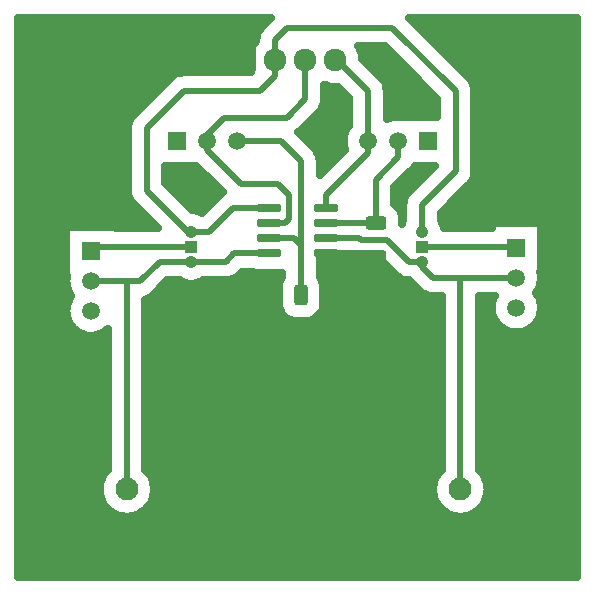
<source format=gbr>
%TF.GenerationSoftware,Novarm,DipTrace,4.2.0.1*%
%TF.CreationDate,2022-05-12T15:21:27+00:00*%
%FSLAX35Y35*%
%MOMM*%
%TF.FileFunction,Copper,L2,Bot*%
%TF.Part,Single*%
%AMOUTLINE0*
4,1,28,
0.885,0.315,
0.885,-0.315,
0.87648,-0.3797,
0.85151,-0.44,
0.81178,-0.49178,
0.76,-0.53151,
0.6997,-0.55648,
0.635,-0.565,
-0.635,-0.565,
-0.6997,-0.55648,
-0.76,-0.53151,
-0.81178,-0.49178,
-0.85151,-0.44,
-0.87648,-0.3797,
-0.885,-0.315,
-0.885,0.315,
-0.87648,0.3797,
-0.85151,0.44,
-0.81178,0.49178,
-0.76,0.53151,
-0.6997,0.55648,
-0.635,0.565,
0.635,0.565,
0.6997,0.55648,
0.76,0.53151,
0.81178,0.49178,
0.85151,0.44,
0.87648,0.3797,
0.885,0.315,
0*%
%AMOUTLINE3*
4,1,28,
-0.885,-0.315,
-0.885,0.315,
-0.87648,0.3797,
-0.85151,0.44,
-0.81178,0.49178,
-0.76,0.53151,
-0.6997,0.55648,
-0.635,0.565,
0.635,0.565,
0.6997,0.55648,
0.76,0.53151,
0.81178,0.49178,
0.85151,0.44,
0.87648,0.3797,
0.885,0.315,
0.885,-0.315,
0.87648,-0.3797,
0.85151,-0.44,
0.81178,-0.49178,
0.76,-0.53151,
0.6997,-0.55648,
0.635,-0.565,
-0.635,-0.565,
-0.6997,-0.55648,
-0.76,-0.53151,
-0.81178,-0.49178,
-0.85151,-0.44,
-0.87648,-0.3797,
-0.885,-0.315,
0*%
%AMOUTLINE6*
4,1,28,
-0.315,0.885,
0.315,0.885,
0.3797,0.87648,
0.44,0.85151,
0.49178,0.81178,
0.53151,0.76,
0.55648,0.6997,
0.565,0.635,
0.565,-0.635,
0.55648,-0.6997,
0.53151,-0.76,
0.49178,-0.81178,
0.44,-0.85151,
0.3797,-0.87648,
0.315,-0.885,
-0.315,-0.885,
-0.3797,-0.87648,
-0.44,-0.85151,
-0.49178,-0.81178,
-0.53151,-0.76,
-0.55648,-0.6997,
-0.565,-0.635,
-0.565,0.635,
-0.55648,0.6997,
-0.53151,0.76,
-0.49178,0.81178,
-0.44,0.85151,
-0.3797,0.87648,
-0.315,0.885,
0*%
%AMOUTLINE9*
4,1,28,
0.315,-0.885,
-0.315,-0.885,
-0.3797,-0.87648,
-0.44,-0.85151,
-0.49178,-0.81178,
-0.53151,-0.76,
-0.55648,-0.6997,
-0.565,-0.635,
-0.565,0.635,
-0.55648,0.6997,
-0.53151,0.76,
-0.49178,0.81178,
-0.44,0.85151,
-0.3797,0.87648,
-0.315,0.885,
0.315,0.885,
0.3797,0.87648,
0.44,0.85151,
0.49178,0.81178,
0.53151,0.76,
0.55648,0.6997,
0.565,0.635,
0.565,-0.635,
0.55648,-0.6997,
0.53151,-0.76,
0.49178,-0.81178,
0.44,-0.85151,
0.3797,-0.87648,
0.315,-0.885,
0*%
%AMOUTLINE12*
4,1,28,
-1.035,-0.16002,
-1.035,0.15998,
-1.02921,0.20398,
-1.01223,0.24498,
-0.98521,0.28019,
-0.95001,0.30721,
-0.90901,0.32419,
-0.86501,0.32998,
0.86499,0.33002,
0.90899,0.32422,
0.94999,0.30724,
0.9852,0.28023,
1.01222,0.24502,
1.0292,0.20402,
1.035,0.16002,
1.035,-0.15998,
1.02921,-0.20398,
1.01223,-0.24498,
0.98521,-0.28019,
0.95001,-0.30721,
0.90901,-0.32419,
0.86501,-0.32998,
-0.86499,-0.33002,
-0.90899,-0.32422,
-0.94999,-0.30724,
-0.9852,-0.28023,
-1.01222,-0.24502,
-1.0292,-0.20402,
-1.035,-0.16002,
0*%
%AMOUTLINE15*
4,1,28,
1.035,0.16002,
1.035,-0.15998,
1.02921,-0.20398,
1.01223,-0.24498,
0.98521,-0.28019,
0.95001,-0.30721,
0.90901,-0.32419,
0.86501,-0.32998,
-0.86499,-0.33002,
-0.90899,-0.32422,
-0.94999,-0.30724,
-0.9852,-0.28023,
-1.01222,-0.24502,
-1.0292,-0.20402,
-1.035,-0.16002,
-1.035,0.15998,
-1.02921,0.20398,
-1.01223,0.24498,
-0.98521,0.28019,
-0.95001,0.30721,
-0.90901,0.32419,
-0.86501,0.32998,
0.86499,0.33002,
0.90899,0.32422,
0.94999,0.30724,
0.9852,0.28023,
1.01222,0.24502,
1.0292,0.20402,
1.035,0.16002,
0*%
%TA.AperFunction,Conductor*%
%ADD13C,0.5*%
%ADD14C,1.0*%
%TA.AperFunction,CopperBalancing*%
%ADD15C,0.635*%
%TA.AperFunction,ComponentPad*%
%ADD17R,1.92X1.92*%
%ADD18C,1.92*%
%ADD21C,1.95*%
%ADD22C,3.916*%
%ADD23R,1.5X1.5*%
%ADD24C,1.5*%
%ADD25R,1.05X1.05*%
%ADD26C,1.05*%
%ADD51OUTLINE0*%
%ADD54OUTLINE3*%
%ADD57OUTLINE6*%
%ADD60OUTLINE9*%
%ADD63OUTLINE12*%
%ADD66OUTLINE15*%
G75*
G01*
%LPD*%
X2598950Y4054760D2*
D13*
X2753330D1*
X2952223Y4253653D1*
X3255730D1*
X2598950Y4054760D2*
X2570463D1*
X2223010Y4402210D1*
Y4932383D1*
X2539010Y5248383D1*
X3181537D1*
X3309543Y5376390D1*
Y5508160D1*
X4554030Y4054753D2*
Y4282507D1*
X4838767Y4567243D1*
Y5244870D1*
X4301573Y5782067D1*
X3413267D1*
X3309543Y5678343D1*
Y5508160D1*
X4096373Y4822507D2*
Y4720543D1*
X3740730Y4364900D1*
Y4253660D1*
X4096373Y4822507D2*
Y5246130D1*
X3825933Y5516570D1*
X3817543Y5508183D1*
X2733993Y4822513D2*
Y4746483D1*
X3020757Y4459720D1*
X3337387D1*
X3430840Y4366267D1*
Y4166267D1*
X3391227Y4126653D1*
X3255733D1*
X2733993Y4822513D2*
Y4875473D1*
X2880407Y5021887D1*
X3407207D1*
X3563543Y5178223D1*
Y5508173D1*
X5382820Y2359567D2*
D14*
Y1354567D1*
X4377820D1*
Y2359567D1*
X3821960Y3518007D2*
D13*
Y3621870D1*
X3740737Y3703093D1*
Y3872660D1*
X4126793D1*
X4160873Y3838580D1*
X1553147Y2359543D2*
D14*
Y1354590D1*
X1553193Y1354543D1*
X2558147D1*
X2558193Y1354590D1*
Y2359543D1*
X2558147Y2359590D1*
X3405943D1*
Y2553543D1*
X3821960Y2969560D1*
Y3518007D1*
X4377820Y2359567D2*
X3405943D1*
Y2359590D1*
X3055543Y5508150D2*
X2286160D1*
X1190103Y4412093D1*
Y3281767D1*
X1553147Y2918723D1*
Y2359543D1*
X1749937Y3891103D2*
D13*
Y3899460D1*
X1778237Y3927760D1*
X2598950D1*
X4554037Y3927753D2*
X5345733D1*
X5352497Y3920990D1*
X3740733Y4126660D2*
X4154953D1*
X4160873Y4132580D1*
Y4497663D1*
X4350373Y4687163D1*
Y4822513D1*
X3527960Y3518007D2*
Y3942107D1*
X3470413Y3999653D1*
X3255733D1*
X3527960Y3942107D2*
Y4651570D1*
X3357010Y4822520D1*
X2987993D1*
X4554043Y3800753D2*
Y3756783D1*
X4643837Y3666990D1*
X4831087D1*
X5352517D1*
X3740733Y3999660D2*
X4019530D1*
X4034123Y3985067D1*
X4259387D1*
X4443700Y3800753D1*
X4554043D1*
X4877820Y1874567D2*
Y3666990D1*
X4831087D1*
X1749937Y3637103D2*
X2168733D1*
X2332390Y3800760D1*
X2598950D1*
X2891197D1*
X2963090Y3872653D1*
X3255737D1*
X2053170Y1874567D2*
Y3637103D1*
X1749937D1*
X1138123Y5805083D2*
D15*
X3206463D1*
X4508377D2*
X5861907D1*
X1138123Y5741917D2*
X3158520D1*
X4571540D2*
X5861907D1*
X1138123Y5678750D2*
X3145170D1*
X4634703D2*
X5861907D1*
X1138123Y5615583D2*
X3100917D1*
X4026170D2*
X4238237D1*
X4697870D2*
X5861907D1*
X1138123Y5552417D2*
X3078497D1*
X4048590D2*
X4301400D1*
X4761033D2*
X5861907D1*
X1138123Y5489250D2*
X3074940D1*
X4083090D2*
X4364563D1*
X4824197D2*
X5861907D1*
X1138123Y5426083D2*
X3089387D1*
X4146253D2*
X4427727D1*
X4887360D2*
X5861907D1*
X1138123Y5362917D2*
X2423797D1*
X4209417D2*
X4490890D1*
X4950527D2*
X5861907D1*
X1138123Y5299750D2*
X2360540D1*
X4251390D2*
X4554057D1*
X4993317D2*
X5861907D1*
X1138123Y5236583D2*
X2297377D1*
X3727893D2*
X3876113D1*
X4260733D2*
X4617220D1*
X5003117D2*
X5861907D1*
X1138123Y5173417D2*
X2234213D1*
X3727850D2*
X3931987D1*
X4260733D2*
X4674413D1*
X5003117D2*
X5861907D1*
X1138123Y5110250D2*
X2171047D1*
X3712537D2*
X3931987D1*
X4260733D2*
X4674413D1*
X5003117D2*
X5861907D1*
X1138123Y5047083D2*
X2107883D1*
X3662223D2*
X3931987D1*
X4260733D2*
X4674413D1*
X5003117D2*
X5861907D1*
X1138123Y4983917D2*
X2067277D1*
X3599060D2*
X3931987D1*
X5003117D2*
X5861907D1*
X1138123Y4920750D2*
X2058620D1*
X3535897D2*
X3906647D1*
X5003117D2*
X5861907D1*
X1138123Y4857583D2*
X2058620D1*
X3551757D2*
X3885000D1*
X5003117D2*
X5861907D1*
X1138123Y4794417D2*
X2058620D1*
X3614920D2*
X3883907D1*
X5003117D2*
X5861907D1*
X1138123Y4731250D2*
X2058620D1*
X3670793D2*
X3877253D1*
X5003117D2*
X5861907D1*
X1138123Y4668083D2*
X2058620D1*
X3691483D2*
X3814087D1*
X5003117D2*
X5861907D1*
X1138123Y4604917D2*
X2058620D1*
X2387367D2*
X2645737D1*
X3692347D2*
X3750923D1*
X4491650D2*
X4646613D1*
X5003117D2*
X5861907D1*
X1138123Y4541750D2*
X2058620D1*
X2387367D2*
X2708900D1*
X4434777D2*
X4583450D1*
X5001067D2*
X5861907D1*
X1138123Y4478583D2*
X2058620D1*
X2387367D2*
X2772063D1*
X4371613D2*
X4520287D1*
X4975910D2*
X5861907D1*
X1138123Y4415417D2*
X2058620D1*
X2439640D2*
X2835227D1*
X4325263D2*
X4457123D1*
X4916757D2*
X5861907D1*
X1138123Y4352250D2*
X2066730D1*
X2502803D2*
X2821010D1*
X4325263D2*
X4405897D1*
X4853590D2*
X5861907D1*
X1138123Y4289083D2*
X2106333D1*
X2565967D2*
X2757843D1*
X4327407D2*
X4389810D1*
X4790427D2*
X5861907D1*
X1138123Y4225917D2*
X2169497D1*
X4727263D2*
X5861907D1*
X1138123Y4162750D2*
X2232663D1*
X4718423D2*
X5861907D1*
X1138123Y4099583D2*
X2295827D1*
X4745903D2*
X5138117D1*
X5566853D2*
X5861907D1*
X1138123Y4036417D2*
X1535580D1*
X5566853D2*
X5861907D1*
X1138123Y3973250D2*
X1535580D1*
X5566853D2*
X5861907D1*
X1138123Y3910083D2*
X1535580D1*
X5566853D2*
X5861907D1*
X1138123Y3846917D2*
X1535580D1*
X5566853D2*
X5861907D1*
X1138123Y3783750D2*
X1535580D1*
X3692347D2*
X4230897D1*
X5566853D2*
X5861907D1*
X1138123Y3720583D2*
X1535580D1*
X3692347D2*
X4294063D1*
X5566853D2*
X5861907D1*
X1138123Y3657417D2*
X1536580D1*
X2964047D2*
X3351523D1*
X3704423D2*
X4370807D1*
X5566670D2*
X5861907D1*
X1138123Y3594250D2*
X1540047D1*
X2355693D2*
X3332610D1*
X3723337D2*
X4486743D1*
X5553773D2*
X5861907D1*
X1138123Y3531083D2*
X1564610D1*
X2292530D2*
X3332110D1*
X3723840D2*
X4556880D1*
X5530120D2*
X5861907D1*
X1138123Y3467917D2*
X1553627D1*
X2217517D2*
X3332110D1*
X3723840D2*
X4713470D1*
X5042173D2*
X5145547D1*
X5559517D2*
X5861907D1*
X1138123Y3404750D2*
X1536717D1*
X2217517D2*
X3340130D1*
X3715773D2*
X4713470D1*
X5042173D2*
X5138347D1*
X5566763D2*
X5861907D1*
X1138123Y3341583D2*
X1539770D1*
X2217517D2*
X3379550D1*
X3676353D2*
X4713470D1*
X5042173D2*
X5150787D1*
X5554277D2*
X5861907D1*
X1138123Y3278417D2*
X1563833D1*
X2217517D2*
X4713470D1*
X5042173D2*
X5187563D1*
X5517497D2*
X5861907D1*
X1138123Y3215250D2*
X1620710D1*
X2217517D2*
X4713470D1*
X5042173D2*
X5281627D1*
X5423480D2*
X5861907D1*
X1138123Y3152083D2*
X1888813D1*
X2217517D2*
X4713470D1*
X5042173D2*
X5861907D1*
X1138123Y3088917D2*
X1888813D1*
X2217517D2*
X4713470D1*
X5042173D2*
X5861907D1*
X1138123Y3025750D2*
X1888813D1*
X2217517D2*
X4713470D1*
X5042173D2*
X5861907D1*
X1138123Y2962583D2*
X1888813D1*
X2217517D2*
X4713470D1*
X5042173D2*
X5861907D1*
X1138123Y2899417D2*
X1888813D1*
X2217517D2*
X4713470D1*
X5042173D2*
X5861907D1*
X1138123Y2836250D2*
X1888813D1*
X2217517D2*
X4713470D1*
X5042173D2*
X5861907D1*
X1138123Y2773083D2*
X1888813D1*
X2217517D2*
X4713470D1*
X5042173D2*
X5861907D1*
X1138123Y2709917D2*
X1888813D1*
X2217517D2*
X4713470D1*
X5042173D2*
X5861907D1*
X1138123Y2646750D2*
X1888813D1*
X2217517D2*
X4713470D1*
X5042173D2*
X5861907D1*
X1138123Y2583583D2*
X1888813D1*
X2217517D2*
X4713470D1*
X5042173D2*
X5861907D1*
X1138123Y2520417D2*
X1888813D1*
X2217517D2*
X4713470D1*
X5042173D2*
X5861907D1*
X1138123Y2457250D2*
X1888813D1*
X2217517D2*
X4713470D1*
X5042173D2*
X5861907D1*
X1138123Y2394083D2*
X1888813D1*
X2217517D2*
X4713470D1*
X5042173D2*
X5861907D1*
X1138123Y2330917D2*
X1888813D1*
X2217517D2*
X4713470D1*
X5042173D2*
X5861907D1*
X1138123Y2267750D2*
X1888813D1*
X2217517D2*
X4713470D1*
X5042173D2*
X5861907D1*
X1138123Y2204583D2*
X1888813D1*
X2217517D2*
X4713470D1*
X5042173D2*
X5861907D1*
X1138123Y2141417D2*
X1888813D1*
X2217517D2*
X4713470D1*
X5042173D2*
X5861907D1*
X1138123Y2078250D2*
X1888813D1*
X2217517D2*
X4713470D1*
X5042173D2*
X5861907D1*
X1138123Y2015083D2*
X1864070D1*
X2242263D2*
X4688723D1*
X5066917D2*
X5861907D1*
X1138123Y1951917D2*
X1829660D1*
X2276670D2*
X4654317D1*
X5101327D2*
X5861907D1*
X1138123Y1888750D2*
X1816717D1*
X2289613D2*
X4641373D1*
X5114270D2*
X5861907D1*
X1138123Y1825583D2*
X1821550D1*
X2284783D2*
X4646203D1*
X5109437D2*
X5861907D1*
X1138123Y1762417D2*
X1845430D1*
X2260903D2*
X4670083D1*
X5085557D2*
X5861907D1*
X1138123Y1699250D2*
X1897153D1*
X2209177D2*
X4721810D1*
X5033833D2*
X5861907D1*
X1138123Y1636083D2*
X5861907D1*
X1138123Y1572917D2*
X5861907D1*
X1138123Y1509750D2*
X5861907D1*
X1138123Y1446583D2*
X5861907D1*
X1138123Y1383417D2*
X5861907D1*
X1138123Y1320250D2*
X5861907D1*
X1138123Y1257083D2*
X5861907D1*
X1138123Y1193917D2*
X5861907D1*
X3518927Y4910133D2*
X3659647Y5050853D1*
X3680417Y5071870D1*
X3694793Y5090223D1*
X3706313Y5110490D1*
X3714723Y5132233D1*
X3719843Y5154977D1*
X3721563Y5178223D1*
X3721580Y5300490D1*
X3737190Y5293723D1*
X3759300Y5286693D1*
X3782007Y5281937D1*
X3805077Y5279503D1*
X3828277Y5279417D1*
X3838580Y5280423D1*
X3934737Y5184293D1*
X3938353Y5180660D1*
X3938363Y4957383D1*
X3933733Y4952200D1*
X3920233Y4933177D1*
X3908950Y4912760D1*
X3900023Y4891207D1*
X3893567Y4868790D1*
X3889660Y4845793D1*
X3888353Y4822500D1*
X3889663Y4799210D1*
X3893570Y4776213D1*
X3900030Y4753797D1*
X3901817Y4749483D1*
X3777150Y4624797D1*
X3685980Y4533607D1*
Y4651500D1*
X3685807Y4659010D1*
X3682993Y4682150D1*
X3676807Y4704627D1*
X3667380Y4725950D1*
X3654920Y4745650D1*
X3639697Y4763307D1*
X3505127Y4897877D1*
X3518927Y4910133D1*
X4014813Y5624060D2*
X4018207Y5618567D1*
X4028343Y5597700D1*
X4036320Y5575913D1*
X4042050Y5553433D1*
X4045477Y5530490D1*
X4045987Y5520010D1*
X4208110Y5357867D1*
X4223333Y5340213D1*
X4235793Y5320510D1*
X4245220Y5299187D1*
X4251407Y5276710D1*
X4254217Y5253547D1*
X4254393Y5222597D1*
Y5007057D1*
X4260110Y5009930D1*
X4281663Y5018857D1*
X4304080Y5025317D1*
X4327077Y5029223D1*
X4350367Y5030533D1*
X4373657Y5029227D1*
X4396363Y5025370D1*
X4396353Y5030540D1*
X4680750D1*
X4680747Y5179430D1*
X4236123Y5624043D1*
X4015080Y5624047D1*
X4396010Y4282417D2*
X4396017Y4151457D1*
X4387247Y4136003D1*
X4385257Y4131783D1*
X4382393Y4125157D1*
Y4164080D1*
X4382263Y4170513D1*
X4379597Y4193673D1*
X4373553Y4216187D1*
X4364267Y4237570D1*
X4351930Y4257350D1*
X4336820Y4275103D1*
X4318893Y4290707D1*
X4318887Y4432200D1*
X4446320Y4559633D1*
X4467247Y4580810D1*
X4481623Y4599163D1*
X4490717Y4614500D1*
X4662563Y4614513D1*
X4442293Y4394243D1*
X4437837Y4389603D1*
X4423343Y4371343D1*
X4411697Y4351147D1*
X4403147Y4329460D1*
X4397880Y4306750D1*
X4396013Y4283490D1*
X2840437Y4365340D2*
X2690950Y4215823D1*
X2690513Y4216110D1*
X2669567Y4226313D1*
X2647510Y4233813D1*
X2624683Y4238487D1*
X2608680Y4240017D1*
X2381030Y4467667D1*
X2381010Y4614487D1*
X2642523Y4614480D1*
X2869000Y4388003D1*
X2841187Y4366083D2*
X2858970Y4381223D1*
X2841187Y4366083D1*
X3346897Y3706707D2*
X3342240Y3706633D1*
X3169317Y3706630D1*
X3148293Y3708100D1*
X3125513Y3713147D1*
X3118167Y3714633D1*
X3028547D1*
X3002933Y3689023D1*
X2985280Y3673800D1*
X2965577Y3661340D1*
X2944253Y3651913D1*
X2921777Y3645727D1*
X2898613Y3642917D1*
X2870323Y3642740D1*
X2696167D1*
X2686247Y3637063D1*
X2665040Y3627413D1*
X2642793Y3620497D1*
X2619853Y3616420D1*
X2596587Y3615257D1*
X2573357Y3617013D1*
X2550527Y3621670D1*
X2528463Y3629153D1*
X2507510Y3639340D1*
X2502310Y3642733D1*
X2397840Y3642740D1*
X2280470Y3525367D1*
X2262817Y3510143D1*
X2243113Y3497683D1*
X2221770Y3488250D1*
X2211190Y3473913D1*
Y2042333D1*
X2211970Y2041667D1*
X2228060Y2024743D1*
X2242357Y2006277D1*
X2254710Y1986463D1*
X2264997Y1965500D1*
X2273110Y1943603D1*
X2278963Y1920997D1*
X2282503Y1897917D1*
X2283690Y1874567D1*
X2282510Y1851273D1*
X2278977Y1828190D1*
X2273127Y1805583D1*
X2265017Y1783687D1*
X2254737Y1762720D1*
X2242387Y1742900D1*
X2228097Y1724433D1*
X2212010Y1707507D1*
X2194293Y1692293D1*
X2175130Y1678953D1*
X2154713Y1667617D1*
X2133257Y1658407D1*
X2110977Y1651413D1*
X2088103Y1646710D1*
X2064873Y1644343D1*
X2041520Y1644340D1*
X2018290Y1646700D1*
X1995417Y1651400D1*
X1973133Y1658387D1*
X1951673Y1667593D1*
X1931257Y1678923D1*
X1912090Y1692260D1*
X1894370Y1707467D1*
X1878277Y1724390D1*
X1863983Y1742853D1*
X1851627Y1762670D1*
X1841343Y1783633D1*
X1833230Y1805530D1*
X1827373Y1828137D1*
X1823833Y1851217D1*
X1822650Y1874540D1*
X1823830Y1897860D1*
X1827363Y1920943D1*
X1833213Y1943550D1*
X1841320Y1965447D1*
X1851600Y1986413D1*
X1863950Y2006233D1*
X1878243Y2024700D1*
X1894327Y2041627D1*
X1895140Y2042323D1*
X1895150Y3234160D1*
X1879640Y3220470D1*
X1860617Y3206970D1*
X1840200Y3195687D1*
X1818647Y3186760D1*
X1796233Y3180300D1*
X1773233Y3176393D1*
X1749943Y3175083D1*
X1726653Y3176390D1*
X1703653Y3180297D1*
X1681237Y3186753D1*
X1659687Y3195680D1*
X1639270Y3206963D1*
X1620243Y3220463D1*
X1602850Y3236007D1*
X1587303Y3253400D1*
X1573803Y3272423D1*
X1562520Y3292840D1*
X1553593Y3314393D1*
X1547133Y3336807D1*
X1543227Y3359807D1*
X1541917Y3383097D1*
X1543223Y3406387D1*
X1547130Y3429387D1*
X1553587Y3451803D1*
X1562513Y3473353D1*
X1573797Y3493770D1*
X1585280Y3509953D1*
X1573803Y3526423D1*
X1562520Y3546840D1*
X1553593Y3568393D1*
X1547133Y3590807D1*
X1543227Y3613807D1*
X1541917Y3637097D1*
X1543223Y3660387D1*
X1547080Y3683093D1*
X1541917Y3683083D1*
Y4099123D1*
X1957957D1*
Y4085793D1*
X2315983Y4085780D1*
X2110563Y4291187D1*
X2095453Y4308940D1*
X2083117Y4328720D1*
X2073830Y4350103D1*
X2067787Y4372617D1*
X2065120Y4395777D1*
X2064990Y4402210D1*
X2064993Y4933390D1*
X2066860Y4956627D1*
X2072127Y4979337D1*
X2080677Y5001027D1*
X2092323Y5021220D1*
X2106817Y5039480D1*
X2111273Y5044120D1*
X2427987Y5360830D1*
X2445740Y5375940D1*
X2465520Y5388277D1*
X2486903Y5397563D1*
X2509417Y5403607D1*
X2532577Y5406273D1*
X2539010Y5406403D1*
X3104687Y5406423D1*
X3099037Y5417960D1*
X3090990Y5439720D1*
X3085187Y5462180D1*
X3081687Y5485113D1*
X3080523Y5508287D1*
X3081713Y5531453D1*
X3085237Y5554383D1*
X3091063Y5576840D1*
X3099133Y5598590D1*
X3109360Y5619413D1*
X3121643Y5639093D1*
X3135853Y5657433D1*
X3151520Y5673893D1*
X3151523Y5678343D1*
X3153243Y5701593D1*
X3158363Y5724333D1*
X3166777Y5746077D1*
X3178293Y5766343D1*
X3192687Y5784713D1*
X3215093Y5807367D1*
X3275983Y5868257D1*
X1131760Y5868250D1*
X1131750Y3963367D1*
Y1131760D1*
X3036633Y1131750D1*
X5868240D1*
X5868250Y3013300D1*
Y5868240D1*
X4438850Y5868250D1*
X4950503Y5356607D1*
X4965727Y5338950D1*
X4978187Y5319250D1*
X4987613Y5297927D1*
X4993800Y5275450D1*
X4996610Y5252287D1*
X4996787Y5222283D1*
Y4567243D1*
X4995067Y4543993D1*
X4989947Y4521253D1*
X4981533Y4499510D1*
X4970017Y4479243D1*
X4955623Y4460873D1*
X4934687Y4439687D1*
X4712060Y4217063D1*
X4712050Y4151930D1*
X4722943Y4131470D1*
X4724820Y4127197D1*
X4726590Y4122880D1*
X4728247Y4118517D1*
X4730070Y4113270D1*
X4739557Y4113273D1*
Y4085770D1*
X5144453Y4085773D1*
X5144477Y4129010D1*
X5560517D1*
Y3712970D1*
X5555387D1*
X5559227Y3690287D1*
X5560537Y3666990D1*
X5559230Y3643707D1*
X5555323Y3620707D1*
X5548867Y3598293D1*
X5539940Y3576740D1*
X5528657Y3556323D1*
X5517173Y3540140D1*
X5528670Y3523670D1*
X5539953Y3503253D1*
X5548883Y3481700D1*
X5555340Y3459287D1*
X5559250Y3436287D1*
X5560557Y3412990D1*
X5559250Y3389707D1*
X5555343Y3366707D1*
X5548887Y3344293D1*
X5539960Y3322740D1*
X5528677Y3302323D1*
X5515180Y3283297D1*
X5499637Y3265903D1*
X5482240Y3250357D1*
X5463217Y3236860D1*
X5442800Y3225573D1*
X5421250Y3216647D1*
X5398833Y3210187D1*
X5375837Y3206280D1*
X5352543Y3204970D1*
X5329253Y3206277D1*
X5306257Y3210183D1*
X5283840Y3216643D1*
X5262287Y3225570D1*
X5241870Y3236853D1*
X5222843Y3250350D1*
X5205450Y3265893D1*
X5189907Y3283287D1*
X5176407Y3302313D1*
X5165120Y3322730D1*
X5156193Y3344280D1*
X5149737Y3366697D1*
X5145827Y3389693D1*
X5144517Y3412983D1*
X5145827Y3436277D1*
X5149733Y3459273D1*
X5156190Y3481690D1*
X5165117Y3503240D1*
X5168277Y3508963D1*
X5035850Y3508970D1*
X5035840Y2150677D1*
Y2042420D1*
X5052710Y2024743D1*
X5067007Y2006280D1*
X5079360Y1986463D1*
X5089647Y1965500D1*
X5097760Y1943603D1*
X5103613Y1920997D1*
X5107153Y1897917D1*
X5108340Y1874567D1*
X5107160Y1851273D1*
X5103627Y1828190D1*
X5097777Y1805583D1*
X5089667Y1783687D1*
X5079387Y1762720D1*
X5067037Y1742900D1*
X5052747Y1724433D1*
X5036660Y1707507D1*
X5018943Y1692293D1*
X4999780Y1678953D1*
X4979363Y1667617D1*
X4957907Y1658407D1*
X4935627Y1651413D1*
X4912753Y1646710D1*
X4889523Y1644343D1*
X4866170Y1644340D1*
X4842940Y1646700D1*
X4820067Y1651400D1*
X4797783Y1658387D1*
X4776323Y1667593D1*
X4755907Y1678923D1*
X4736737Y1692260D1*
X4719020Y1707467D1*
X4702927Y1724390D1*
X4688633Y1742853D1*
X4676277Y1762670D1*
X4665993Y1783633D1*
X4657880Y1805530D1*
X4652023Y1828137D1*
X4648483Y1851217D1*
X4647300Y1874540D1*
X4648480Y1897860D1*
X4652013Y1920943D1*
X4657863Y1943550D1*
X4665970Y1965447D1*
X4676250Y1986413D1*
X4688600Y2006233D1*
X4702893Y2024700D1*
X4718977Y2041627D1*
X4719790Y2042323D1*
X4719800Y3508983D1*
X4643837Y3508970D1*
X4620587Y3510690D1*
X4597843Y3515810D1*
X4576103Y3524223D1*
X4555837Y3535743D1*
X4537467Y3550133D1*
X4517133Y3570220D1*
X4444627Y3642727D1*
X4443700Y3642733D1*
X4420450Y3644453D1*
X4397710Y3649573D1*
X4375967Y3657987D1*
X4355700Y3669503D1*
X4337330Y3683897D1*
X4316603Y3704377D1*
X4193940Y3827040D1*
X4034123Y3827047D1*
X4010873Y3828767D1*
X3988110Y3833897D1*
X3967790Y3841640D1*
X3875550D1*
X3855043Y3836243D1*
X3831873Y3833713D1*
X3827237Y3833643D1*
X3685960Y3833640D1*
X3685980Y3676167D1*
X3687017Y3674777D1*
X3699353Y3654997D1*
X3708643Y3633613D1*
X3714687Y3611100D1*
X3717350Y3587940D1*
X3717480Y3581507D1*
Y3454507D1*
X3715760Y3431257D1*
X3710640Y3408517D1*
X3702230Y3386773D1*
X3690710Y3366507D1*
X3676333Y3348153D1*
X3659417Y3332117D1*
X3640320Y3318743D1*
X3619467Y3308323D1*
X3597307Y3301087D1*
X3574300Y3297187D1*
X3559323Y3296487D1*
X3496533D1*
X3488017Y3296713D1*
X3464893Y3299673D1*
X3442457Y3306000D1*
X3421193Y3315563D1*
X3401570Y3328147D1*
X3384013Y3343483D1*
X3368903Y3361237D1*
X3356570Y3381017D1*
X3347280Y3402400D1*
X3341237Y3424913D1*
X3338570Y3448073D1*
X3338440Y3454507D1*
Y3581447D1*
X3338667Y3589953D1*
X3341627Y3613077D1*
X3347957Y3635513D1*
X3357530Y3656793D1*
X3369940Y3676167D1*
Y3709207D1*
X3346897Y3706707D1*
D17*
X3055544Y5508150D3*
D18*
X3309544Y5508161D3*
X3563544Y5508172D3*
X3817544Y5508183D3*
D21*
X4877820Y1874567D3*
D22*
X5382820Y1354567D3*
Y2359567D3*
X4377820D3*
Y1354567D3*
D21*
X2053169Y1874567D3*
D22*
X2558192Y1354589D3*
X2558148Y2359589D3*
X1553148Y2359545D3*
X1553192Y1354545D3*
D23*
X5352495Y3920991D3*
D24*
X5352517Y3666991D3*
X5352538Y3412991D3*
D51*
X4160873Y3838580D3*
D54*
Y4132580D3*
D23*
X4604374Y4822519D3*
D24*
X4350374Y4822513D3*
X4096374Y4822508D3*
D57*
X3821960Y3518007D3*
D60*
X3527960D3*
D23*
X2479993Y4822506D3*
D24*
X2733993Y4822513D3*
X2987993Y4822521D3*
D23*
X1749937Y3891103D3*
D24*
Y3637103D3*
Y3383103D3*
D25*
X4554037Y3927754D3*
D26*
X4554030Y4054754D3*
X4554044Y3800754D3*
D63*
X3740730Y4253661D3*
X3740732Y4126661D3*
X3740735Y3999661D3*
X3740737Y3872661D3*
D66*
X3255737Y3872652D3*
X3255735Y3999652D3*
X3255732Y4126652D3*
X3255730Y4253652D3*
D25*
X2598950Y3927760D3*
D26*
Y4054760D3*
Y3800760D3*
M02*

</source>
